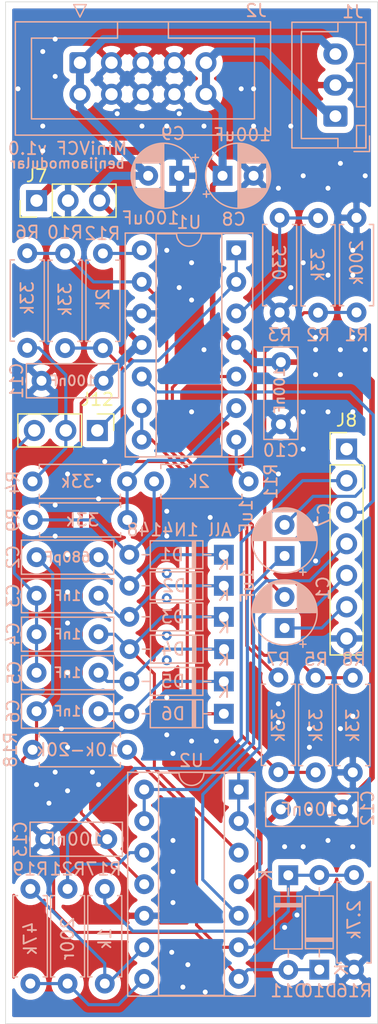
<source format=kicad_pcb>
(kicad_pcb (version 20171130) (host pcbnew 5.1.9+dfsg1-1~bpo10+1)
  (layers (0 F.Cu signal) (31 B.Cu signal) (34 B.Paste user) (35 F.Paste user) (36 B.SilkS user) (37 F.SilkS user) (38 B.Mask user) (39 F.Mask user) (44 Edge.Cuts user))
  (net 0 "")
  (net 1 B_AUDIO_IN)
  (net 2 "Net-(C1-Pad2)")
  (net 3 "Net-(C2-Pad1)")
  (net 4 RESO_FEEDBACK)
  (net 5 B_9)
  (net 6 "Net-(C3-Pad1)")
  (net 7 "Net-(C4-Pad1)")
  (net 8 "Net-(C5-Pad1)")
  (net 9 "Net-(C6-Pad1)")
  (net 10 B_AUDIO_OUT)
  (net 11 "Net-(C7-Pad1)")
  (net 12 GND2)
  (net 13 +12V)
  (net 14 -12V)
  (net 15 "Net-(D1-Pad2)")
  (net 16 "Net-(D6-Pad1)")
  (net 17 "Net-(D10-Pad2)")
  (net 18 B_CLIPPING_LEDS)
  (net 19 B_CV_IN)
  (net 20 B_6)
  (net 21 B_5)
  (net 22 B_7)
  (net 23 B_8)
  (net 24 "Net-(R2-Pad1)")
  (net 25 "Net-(R4-Pad1)")
  (net 26 "Net-(R5-Pad1)")
  (net 27 "Net-(R5-Pad2)")
  (net 28 "Net-(R10-Pad1)")
  (net 29 "Net-(R11-Pad1)")
  (net 30 "Net-(R12-Pad1)")
  (net 31 "Net-(R17-Pad2)")
  (net 32 "Net-(R19-Pad2)")
  (module Package_DIP:DIP-14_W7.62mm_Socket (layer B.Cu) (at 122.8 116.4 180)
    (fp_text reference U2 (at 3.81 2.33) (layer B.SilkS) (effects (justify mirror)))
    (fp_text value TL074)
    (pad 1 thru_hole rect (at 0 0 180) (size 1.6 1.6) (drill 0.8) (layers *.Cu *.Mask) (net 21 B_5))
    (pad 8 thru_hole oval (at 7.62 -15.24 180) (size 1.6 1.6) (drill 0.8) (layers *.Cu *.Mask) (net 32 "Net-(R19-Pad2)"))
    (pad 2 thru_hole oval (at 0 -2.54 180) (size 1.6 1.6) (drill 0.8) (layers *.Cu *.Mask) (net 21 B_5))
    (pad 9 thru_hole oval (at 7.62 -12.7 180) (size 1.6 1.6) (drill 0.8) (layers *.Cu *.Mask) (net 31 "Net-(R17-Pad2)"))
    (pad 3 thru_hole oval (at 0 -5.08 180) (size 1.6 1.6) (drill 0.8) (layers *.Cu *.Mask) (net 7 "Net-(C4-Pad1)"))
    (pad 10 thru_hole oval (at 7.62 -10.16 180) (size 1.6 1.6) (drill 0.8) (layers *.Cu *.Mask) (net 12 GND2))
    (pad 4 thru_hole oval (at 0 -7.62 180) (size 1.6 1.6) (drill 0.8) (layers *.Cu *.Mask) (net 13 +12V))
    (pad 11 thru_hole oval (at 7.62 -7.62 180) (size 1.6 1.6) (drill 0.8) (layers *.Cu *.Mask) (net 14 -12V))
    (pad 5 thru_hole oval (at 0 -10.16 180) (size 1.6 1.6) (drill 0.8) (layers *.Cu *.Mask) (net 20 B_6))
    (pad 12 thru_hole oval (at 7.62 -5.08 180) (size 1.6 1.6) (drill 0.8) (layers *.Cu *.Mask) (net 18 B_CLIPPING_LEDS))
    (pad 6 thru_hole oval (at 0 -12.7 180) (size 1.6 1.6) (drill 0.8) (layers *.Cu *.Mask) (net 17 "Net-(D10-Pad2)"))
    (pad 13 thru_hole oval (at 7.62 -2.54 180) (size 1.6 1.6) (drill 0.8) (layers *.Cu *.Mask) (net 11 "Net-(C7-Pad1)"))
    (pad 7 thru_hole oval (at 0 -15.24 180) (size 1.6 1.6) (drill 0.8) (layers *.Cu *.Mask) (net 4 RESO_FEEDBACK))
    (pad 14 thru_hole oval (at 7.62 0 180) (size 1.6 1.6) (drill 0.8) (layers *.Cu *.Mask) (net 11 "Net-(C7-Pad1)"))
  )
  (module Diode_THT:D_DO-35_SOD27_P7.62mm_Horizontal (layer B.Cu) (at 126.8 123.3 270)
    (fp_text reference D11 (at 9.3 0 180) (layer B.SilkS) (effects (justify mirror)))
    (fp_text value 1N4148)
    (fp_text user K (at 0 1.8 90) (layer B.SilkS) (effects (justify mirror)))
    (pad 1 thru_hole rect (at 0 0 270) (size 1.6 1.6) (drill 0.8) (layers *.Cu *.Mask) (net 17 "Net-(D10-Pad2)"))
    (pad 2 thru_hole oval (at 7.62 0 270) (size 1.6 1.6) (drill 0.8) (layers *.Cu *.Mask) (net 4 RESO_FEEDBACK))
  )
  (module benjiaomodular:Capacitor_Radial_D5.0mm_P2.5mm (layer B.Cu) (at 126.5 103.4 90)
    (fp_text reference C1 (at 3.2 3.1 90) (layer B.SilkS) (effects (justify mirror)))
    (fp_text value 1uF (at 3.4 -3 90) (layer B.SilkS) (effects (justify mirror)))
    (pad 1 thru_hole rect (at 0 0 90) (size 1.6 1.6) (drill 0.8) (layers *.Cu *.Mask) (net 1 B_AUDIO_IN))
    (pad 2 thru_hole circle (at 2.5 0 90) (size 1.6 1.6) (drill 0.8) (layers *.Cu *.Mask) (net 2 "Net-(C1-Pad2)"))
  )
  (module benjiaomodular:Capacitor_Radial_D5.0mm_P2.5mm (layer B.Cu) (at 126.5 97.6 90)
    (fp_text reference C7 (at 3.3 3.2 90) (layer B.SilkS) (effects (justify mirror)))
    (fp_text value 1uF (at 3.2 -3.1 90) (layer B.SilkS) (effects (justify mirror)))
    (pad 2 thru_hole circle (at 2.5 0 90) (size 1.6 1.6) (drill 0.8) (layers *.Cu *.Mask) (net 10 B_AUDIO_OUT))
    (pad 1 thru_hole rect (at 0 0 90) (size 1.6 1.6) (drill 0.8) (layers *.Cu *.Mask) (net 11 "Net-(C7-Pad1)"))
  )
  (module Capacitor_THT:C_Rect_L7.2mm_W2.5mm_P5.00mm_FKS2_FKP2_MKS2_MKP2 (layer B.Cu) (at 126.2 82 270)
    (fp_text reference C10 (at 7.1 0) (layer B.SilkS) (effects (justify mirror)))
    (fp_text value 100nF (at 2.3 0.1 90) (layer B.SilkS) (effects (font (size 0.8 0.8)) (justify mirror)))
    (pad 1 thru_hole circle (at 0 0 270) (size 1.6 1.6) (drill 0.8) (layers *.Cu *.Mask) (net 13 +12V))
    (pad 2 thru_hole circle (at 5 0 270) (size 1.6 1.6) (drill 0.8) (layers *.Cu *.Mask) (net 12 GND2))
  )
  (module Capacitor_THT:C_Rect_L7.2mm_W2.5mm_P5.00mm_FKS2_FKP2_MKS2_MKP2 (layer B.Cu) (at 106.9 83.5)
    (fp_text reference C11 (at -2 0 90) (layer B.SilkS) (effects (justify mirror)))
    (fp_text value 100nF (at 2.5 0) (layer B.SilkS) (effects (font (size 0.8 0.8)) (justify mirror)))
    (pad 2 thru_hole circle (at 5 0) (size 1.6 1.6) (drill 0.8) (layers *.Cu *.Mask) (net 14 -12V))
    (pad 1 thru_hole circle (at 0 0) (size 1.6 1.6) (drill 0.8) (layers *.Cu *.Mask) (net 12 GND2))
  )
  (module benjiaomodular:Resistor_L6.3mm_D2.5mm_P7.62mm_Horizontal (layer B.Cu) (at 132.3 78 90)
    (fp_text reference R1 (at -1.8 0) (layer B.SilkS) (effects (justify mirror)))
    (fp_text value 200k (at 4 0 270) (layer B.SilkS) (effects (justify mirror)))
    (pad 1 thru_hole circle (at 0 0 90) (size 1.6 1.6) (drill 0.8) (layers *.Cu *.Mask) (net 2 "Net-(C1-Pad2)"))
    (pad 2 thru_hole oval (at 7.62 0 90) (size 1.6 1.6) (drill 0.8) (layers *.Cu *.Mask) (net 12 GND2))
  )
  (module benjiaomodular:Resistor_L6.3mm_D2.5mm_P7.62mm_Horizontal (layer B.Cu) (at 129.2 70.4 270)
    (fp_text reference R2 (at 9.4 0) (layer B.SilkS) (effects (justify mirror)))
    (fp_text value 33k (at 3.768 0 270) (layer B.SilkS) (effects (justify mirror)))
    (pad 2 thru_hole oval (at 7.62 0 270) (size 1.6 1.6) (drill 0.8) (layers *.Cu *.Mask) (net 2 "Net-(C1-Pad2)"))
    (pad 1 thru_hole circle (at 0 0 270) (size 1.6 1.6) (drill 0.8) (layers *.Cu *.Mask) (net 24 "Net-(R2-Pad1)"))
  )
  (module benjiaomodular:Resistor_L6.3mm_D2.5mm_P7.62mm_Horizontal (layer B.Cu) (at 126.1 78 90)
    (fp_text reference R3 (at -1.8 0) (layer B.SilkS) (effects (justify mirror)))
    (fp_text value 330 (at 4 0 270) (layer B.SilkS) (effects (justify mirror)))
    (pad 2 thru_hole oval (at 7.62 0 90) (size 1.6 1.6) (drill 0.8) (layers *.Cu *.Mask) (net 24 "Net-(R2-Pad1)"))
    (pad 1 thru_hole circle (at 0 0 90) (size 1.6 1.6) (drill 0.8) (layers *.Cu *.Mask) (net 12 GND2))
  )
  (module benjiaomodular:Resistor_L6.3mm_D2.5mm_P7.62mm_Horizontal (layer B.Cu) (at 105.75 80.85 90)
    (fp_text reference R6 (at 9.3 0) (layer B.SilkS) (effects (justify mirror)))
    (fp_text value 33k (at 4 0 90) (layer B.SilkS) (effects (justify mirror)))
    (pad 2 thru_hole oval (at 7.62 0 90) (size 1.6 1.6) (drill 0.8) (layers *.Cu *.Mask) (net 28 "Net-(R10-Pad1)"))
    (pad 1 thru_hole circle (at 0 0 90) (size 1.6 1.6) (drill 0.8) (layers *.Cu *.Mask) (net 22 B_7))
  )
  (module benjiaomodular:Resistor_L6.3mm_D2.5mm_P7.62mm_Horizontal (layer B.Cu) (at 108.8 73.25 270)
    (fp_text reference R10 (at -1.7 0) (layer B.SilkS) (effects (justify mirror)))
    (fp_text value 33k (at 3.712 0 90) (layer B.SilkS) (effects (justify mirror)))
    (pad 2 thru_hole oval (at 7.62 0 270) (size 1.6 1.6) (drill 0.8) (layers *.Cu *.Mask) (net 16 "Net-(D6-Pad1)"))
    (pad 1 thru_hole circle (at 0 0 270) (size 1.6 1.6) (drill 0.8) (layers *.Cu *.Mask) (net 28 "Net-(R10-Pad1)"))
  )
  (module benjiaomodular:Resistor_L6.3mm_D2.5mm_P7.62mm_Horizontal (layer B.Cu) (at 111.85 73.25 270)
    (fp_text reference R12 (at -1.6 0.05 180) (layer B.SilkS) (effects (justify mirror)))
    (fp_text value 2k (at 3.712 0 90) (layer B.SilkS) (effects (justify mirror)))
    (pad 1 thru_hole circle (at 0 0 270) (size 1.6 1.6) (drill 0.8) (layers *.Cu *.Mask) (net 30 "Net-(R12-Pad1)"))
    (pad 2 thru_hole oval (at 7.62 0 270) (size 1.6 1.6) (drill 0.8) (layers *.Cu *.Mask) (net 16 "Net-(D6-Pad1)"))
  )
  (module Package_DIP:DIP-14_W7.62mm_Socket (layer B.Cu) (at 122.6 73 180)
    (fp_text reference U1 (at 3.81 2.25) (layer B.SilkS) (effects (justify mirror)))
    (fp_text value TL074)
    (pad 14 thru_hole oval (at 7.62 0 180) (size 1.6 1.6) (drill 0.8) (layers *.Cu *.Mask) (net 30 "Net-(R12-Pad1)"))
    (pad 7 thru_hole oval (at 0 -15.24 180) (size 1.6 1.6) (drill 0.8) (layers *.Cu *.Mask) (net 29 "Net-(R11-Pad1)"))
    (pad 13 thru_hole oval (at 7.62 -2.54 180) (size 1.6 1.6) (drill 0.8) (layers *.Cu *.Mask) (net 28 "Net-(R10-Pad1)"))
    (pad 6 thru_hole oval (at 0 -12.7 180) (size 1.6 1.6) (drill 0.8) (layers *.Cu *.Mask) (net 25 "Net-(R4-Pad1)"))
    (pad 12 thru_hole oval (at 7.62 -5.08 180) (size 1.6 1.6) (drill 0.8) (layers *.Cu *.Mask) (net 12 GND2))
    (pad 5 thru_hole oval (at 0 -10.16 180) (size 1.6 1.6) (drill 0.8) (layers *.Cu *.Mask) (net 26 "Net-(R5-Pad1)"))
    (pad 11 thru_hole oval (at 7.62 -7.62 180) (size 1.6 1.6) (drill 0.8) (layers *.Cu *.Mask) (net 14 -12V))
    (pad 4 thru_hole oval (at 0 -7.62 180) (size 1.6 1.6) (drill 0.8) (layers *.Cu *.Mask) (net 13 +12V))
    (pad 10 thru_hole oval (at 7.62 -10.16 180) (size 1.6 1.6) (drill 0.8) (layers *.Cu *.Mask) (net 19 B_CV_IN))
    (pad 3 thru_hole oval (at 0 -5.08 180) (size 1.6 1.6) (drill 0.8) (layers *.Cu *.Mask) (net 24 "Net-(R2-Pad1)"))
    (pad 9 thru_hole oval (at 7.62 -12.7 180) (size 1.6 1.6) (drill 0.8) (layers *.Cu *.Mask) (net 27 "Net-(R5-Pad2)"))
    (pad 2 thru_hole oval (at 0 -2.54 180) (size 1.6 1.6) (drill 0.8) (layers *.Cu *.Mask) (net 23 B_8))
    (pad 8 thru_hole oval (at 7.62 -15.24 180) (size 1.6 1.6) (drill 0.8) (layers *.Cu *.Mask) (net 27 "Net-(R5-Pad2)"))
    (pad 1 thru_hole rect (at 0 0 180) (size 1.6 1.6) (drill 0.8) (layers *.Cu *.Mask) (net 23 B_8))
  )
  (module Capacitor_THT:CP_Radial_D5.0mm_P2.50mm (layer B.Cu) (at 121.5 67)
    (fp_text reference C8 (at 0.9 3.5) (layer B.SilkS) (effects (justify mirror)))
    (fp_text value 100uF (at 1.6 -3.3) (layer B.SilkS) (effects (justify mirror)))
    (pad 2 thru_hole circle (at 2.5 0) (size 1.6 1.6) (drill 0.8) (layers *.Cu *.Mask) (net 12 GND2))
    (pad 1 thru_hole rect (at 0 0) (size 1.6 1.6) (drill 0.8) (layers *.Cu *.Mask) (net 13 +12V))
  )
  (module Capacitor_THT:CP_Radial_D5.0mm_P2.50mm (layer B.Cu) (at 118 67 180)
    (fp_text reference C9 (at 0.5 3.4) (layer B.SilkS) (effects (justify mirror)))
    (fp_text value 100uF (at 2.3 -3.4) (layer B.SilkS) (effects (justify mirror)))
    (pad 1 thru_hole rect (at 0 0 180) (size 1.6 1.6) (drill 0.8) (layers *.Cu *.Mask) (net 12 GND2))
    (pad 2 thru_hole circle (at 2.5 0 180) (size 1.6 1.6) (drill 0.8) (layers *.Cu *.Mask) (net 14 -12V))
  )
  (module Connector_JST:JST_XH_B3B-XH-A_1x03_P2.50mm_Vertical (layer B.Cu) (at 130.6 62.2 90)
    (fp_text reference J1 (at 8.4 1.4) (layer B.SilkS) (effects (justify mirror)))
    (fp_text value JST_BUS)
    (pad 1 thru_hole roundrect (at 0 0 90) (size 1.7 1.95) (drill 0.95) (layers *.Cu *.Mask) (roundrect_rratio 0.1470588235294118) (net 13 +12V))
    (pad 2 thru_hole oval (at 2.5 0 90) (size 1.7 1.95) (drill 0.95) (layers *.Cu *.Mask) (net 12 GND2))
    (pad 3 thru_hole oval (at 5 0 90) (size 1.7 1.95) (drill 0.95) (layers *.Cu *.Mask) (net 14 -12V))
  )
  (module Connector_IDC:IDC-Header_2x05_P2.54mm_Vertical (layer B.Cu) (at 110 57.9 270)
    (fp_text reference J2 (at -4.2 -14.2) (layer B.SilkS) (effects (justify mirror)))
    (fp_text value IDC_BUS)
    (pad 1 thru_hole roundrect (at 0 0 270) (size 1.7 1.7) (drill 1) (layers *.Cu *.Mask) (roundrect_rratio 0.1470588235294118) (net 14 -12V))
    (pad 3 thru_hole circle (at 0 -2.54 270) (size 1.7 1.7) (drill 1) (layers *.Cu *.Mask) (net 12 GND2))
    (pad 5 thru_hole circle (at 0 -5.08 270) (size 1.7 1.7) (drill 1) (layers *.Cu *.Mask) (net 12 GND2))
    (pad 7 thru_hole circle (at 0 -7.62 270) (size 1.7 1.7) (drill 1) (layers *.Cu *.Mask) (net 12 GND2))
    (pad 9 thru_hole circle (at 0 -10.16 270) (size 1.7 1.7) (drill 1) (layers *.Cu *.Mask) (net 13 +12V))
    (pad 2 thru_hole circle (at 2.54 0 270) (size 1.7 1.7) (drill 1) (layers *.Cu *.Mask) (net 14 -12V))
    (pad 4 thru_hole circle (at 2.54 -2.54 270) (size 1.7 1.7) (drill 1) (layers *.Cu *.Mask) (net 12 GND2))
    (pad 6 thru_hole circle (at 2.54 -5.08 270) (size 1.7 1.7) (drill 1) (layers *.Cu *.Mask) (net 12 GND2))
    (pad 8 thru_hole circle (at 2.54 -7.62 270) (size 1.7 1.7) (drill 1) (layers *.Cu *.Mask) (net 12 GND2))
    (pad 10 thru_hole circle (at 2.54 -10.16 270) (size 1.7 1.7) (drill 1) (layers *.Cu *.Mask) (net 13 +12V))
  )
  (module Connector_PinHeader_2.54mm:PinHeader_1x03_P2.54mm_Vertical (layer F.Cu) (at 106.5 69 90)
    (fp_text reference J7 (at 2 0 180) (layer F.SilkS))
    (fp_text value CONN_PWR2)
    (pad 3 thru_hole oval (at 0 5.08 90) (size 1.7 1.7) (drill 1) (layers *.Cu *.Mask) (net 14 -12V))
    (pad 2 thru_hole oval (at 0 2.54 90) (size 1.7 1.7) (drill 1) (layers *.Cu *.Mask) (net 12 GND2))
    (pad 1 thru_hole rect (at 0 0 90) (size 1.7 1.7) (drill 1) (layers *.Cu *.Mask) (net 13 +12V))
  )
  (module Connector_PinHeader_2.54mm:PinHeader_1x07_P2.54mm_Vertical (layer F.Cu) (at 131.5 89)
    (fp_text reference J8 (at 0 -2.33) (layer F.SilkS))
    (fp_text value MAIN_BOARD_CONN)
    (pad 1 thru_hole rect (at 0 0) (size 1.7 1.7) (drill 1) (layers *.Cu *.Mask) (net 10 B_AUDIO_OUT))
    (pad 2 thru_hole oval (at 0 2.54) (size 1.7 1.7) (drill 1) (layers *.Cu *.Mask) (net 18 B_CLIPPING_LEDS))
    (pad 3 thru_hole oval (at 0 5.08) (size 1.7 1.7) (drill 1) (layers *.Cu *.Mask) (net 19 B_CV_IN))
    (pad 4 thru_hole oval (at 0 7.62) (size 1.7 1.7) (drill 1) (layers *.Cu *.Mask) (net 20 B_6))
    (pad 5 thru_hole oval (at 0 10.16) (size 1.7 1.7) (drill 1) (layers *.Cu *.Mask) (net 21 B_5))
    (pad 6 thru_hole oval (at 0 12.7) (size 1.7 1.7) (drill 1) (layers *.Cu *.Mask) (net 1 B_AUDIO_IN))
    (pad 7 thru_hole oval (at 0 15.24) (size 1.7 1.7) (drill 1) (layers *.Cu *.Mask) (net 12 GND2))
  )
  (module Connector_PinHeader_2.54mm:PinHeader_1x03_P2.54mm_Vertical (layer F.Cu) (at 111.4 87.5 270)
    (fp_text reference J12 (at -2.5 0 180) (layer F.SilkS))
    (fp_text value MAIN_BOARD_CONN2)
    (pad 1 thru_hole rect (at 0 0 270) (size 1.7 1.7) (drill 1) (layers *.Cu *.Mask) (net 23 B_8))
    (pad 2 thru_hole oval (at 0 2.54 270) (size 1.7 1.7) (drill 1) (layers *.Cu *.Mask) (net 22 B_7))
    (pad 3 thru_hole oval (at 0 5.08 270) (size 1.7 1.7) (drill 1) (layers *.Cu *.Mask) (net 5 B_9))
  )
  (module benjiaomodular:Capacitor_Rect_L7.2mm_W2.5mm_P5.00mm (layer B.Cu) (at 111.5 97.7 180)
    (fp_text reference C2 (at 6.9 0 90) (layer B.SilkS) (effects (justify mirror)))
    (fp_text value 680pF (at 2.5 0) (layer B.SilkS) (effects (font (size 0.8 0.8)) (justify mirror)))
    (pad 1 thru_hole circle (at 0 0 180) (size 1.6 1.6) (drill 0.8) (layers *.Cu *.Mask) (net 3 "Net-(C2-Pad1)"))
    (pad 2 thru_hole circle (at 5 0 180) (size 1.6 1.6) (drill 0.8) (layers *.Cu *.Mask) (net 4 RESO_FEEDBACK))
  )
  (module benjiaomodular:Capacitor_Rect_L7.2mm_W2.5mm_P5.00mm (layer B.Cu) (at 111.5 100.8 180)
    (fp_text reference C3 (at 6.9 0 90) (layer B.SilkS) (effects (justify mirror)))
    (fp_text value 1nF (at 2.5 0) (layer B.SilkS) (effects (font (size 0.8 0.8)) (justify mirror)))
    (pad 2 thru_hole circle (at 5 0 180) (size 1.6 1.6) (drill 0.8) (layers *.Cu *.Mask) (net 5 B_9))
    (pad 1 thru_hole circle (at 0 0 180) (size 1.6 1.6) (drill 0.8) (layers *.Cu *.Mask) (net 6 "Net-(C3-Pad1)"))
  )
  (module benjiaomodular:Capacitor_Rect_L7.2mm_W2.5mm_P5.00mm (layer B.Cu) (at 111.5 103.9 180)
    (fp_text reference C4 (at 6.9 0 90) (layer B.SilkS) (effects (justify mirror)))
    (fp_text value 1nF (at 2.5 0) (layer B.SilkS) (effects (font (size 0.8 0.8)) (justify mirror)))
    (pad 2 thru_hole circle (at 5 0 180) (size 1.6 1.6) (drill 0.8) (layers *.Cu *.Mask) (net 5 B_9))
    (pad 1 thru_hole circle (at 0 0 180) (size 1.6 1.6) (drill 0.8) (layers *.Cu *.Mask) (net 7 "Net-(C4-Pad1)"))
  )
  (module benjiaomodular:Capacitor_Rect_L7.2mm_W2.5mm_P5.00mm (layer B.Cu) (at 111.5 107 180)
    (fp_text reference C5 (at 6.8 0 90) (layer B.SilkS) (effects (justify mirror)))
    (fp_text value 1nF (at 2.5 0) (layer B.SilkS) (effects (font (size 0.8 0.8)) (justify mirror)))
    (pad 1 thru_hole circle (at 0 0 180) (size 1.6 1.6) (drill 0.8) (layers *.Cu *.Mask) (net 8 "Net-(C5-Pad1)"))
    (pad 2 thru_hole circle (at 5 0 180) (size 1.6 1.6) (drill 0.8) (layers *.Cu *.Mask) (net 5 B_9))
  )
  (module benjiaomodular:Capacitor_Rect_L7.2mm_W2.5mm_P5.00mm (layer B.Cu) (at 111.5 110.1 180)
    (fp_text reference C6 (at 6.9 0 90) (layer B.SilkS) (effects (justify mirror)))
    (fp_text value 1nF (at 2.5 0) (layer B.SilkS) (effects (font (size 0.8 0.8)) (justify mirror)))
    (pad 2 thru_hole circle (at 5 0 180) (size 1.6 1.6) (drill 0.8) (layers *.Cu *.Mask) (net 4 RESO_FEEDBACK))
    (pad 1 thru_hole circle (at 0 0 180) (size 1.6 1.6) (drill 0.8) (layers *.Cu *.Mask) (net 9 "Net-(C6-Pad1)"))
  )
  (module Capacitor_THT:C_Rect_L7.2mm_W2.5mm_P5.00mm_FKS2_FKP2_MKS2_MKP2 (layer B.Cu) (at 126.2 118)
    (fp_text reference C12 (at 7 -0.1 90) (layer B.SilkS) (effects (justify mirror)))
    (fp_text value 100nF (at 2.3 0) (layer B.SilkS) (effects (justify mirror)))
    (pad 1 thru_hole circle (at 0 0) (size 1.6 1.6) (drill 0.8) (layers *.Cu *.Mask) (net 13 +12V))
    (pad 2 thru_hole circle (at 5 0) (size 1.6 1.6) (drill 0.8) (layers *.Cu *.Mask) (net 12 GND2))
  )
  (module Capacitor_THT:C_Rect_L7.2mm_W2.5mm_P5.00mm_FKS2_FKP2_MKS2_MKP2 (layer B.Cu) (at 107.2 120.4)
    (fp_text reference C13 (at -2 0 90) (layer B.SilkS) (effects (justify mirror)))
    (fp_text value 100nF (at 2.3 0) (layer B.SilkS) (effects (justify mirror)))
    (pad 2 thru_hole circle (at 5 0) (size 1.6 1.6) (drill 0.8) (layers *.Cu *.Mask) (net 14 -12V))
    (pad 1 thru_hole circle (at 0 0) (size 1.6 1.6) (drill 0.8) (layers *.Cu *.Mask) (net 12 GND2))
  )
  (module Diode_THT:D_DO-35_SOD27_P7.62mm_Horizontal (layer B.Cu) (at 121.6 97.5 180)
    (fp_text reference D1 (at 4.2 0 180) (layer B.SilkS) (effects (justify mirror)))
    (fp_text value 1N4148)
    (pad 2 thru_hole oval (at 7.62 0 180) (size 1.6 1.6) (drill 0.8) (layers *.Cu *.Mask) (net 15 "Net-(D1-Pad2)"))
    (pad 1 thru_hole rect (at 0 0 180) (size 1.6 1.6) (drill 0.8) (layers *.Cu *.Mask) (net 3 "Net-(C2-Pad1)"))
  )
  (module Diode_THT:D_DO-35_SOD27_P7.62mm_Horizontal (layer B.Cu) (at 121.6 100 180)
    (fp_text reference D2 (at 4 0 180) (layer B.SilkS) (effects (justify mirror)))
    (fp_text value 1N4148)
    (fp_text user K (at 0 1.8) (layer B.SilkS) (effects (justify mirror)))
    (pad 1 thru_hole rect (at 0 0 180) (size 1.6 1.6) (drill 0.8) (layers *.Cu *.Mask) (net 6 "Net-(C3-Pad1)"))
    (pad 2 thru_hole oval (at 7.62 0 180) (size 1.6 1.6) (drill 0.8) (layers *.Cu *.Mask) (net 3 "Net-(C2-Pad1)"))
  )
  (module Diode_THT:D_DO-35_SOD27_P7.62mm_Horizontal (layer B.Cu) (at 121.6 102.5 180)
    (fp_text reference D3 (at 4.1 0) (layer B.SilkS) (effects (justify mirror)))
    (fp_text value 1N4148)
    (fp_text user K (at 0 1.8) (layer B.SilkS) (effects (justify mirror)))
    (pad 2 thru_hole oval (at 7.62 0 180) (size 1.6 1.6) (drill 0.8) (layers *.Cu *.Mask) (net 6 "Net-(C3-Pad1)"))
    (pad 1 thru_hole rect (at 0 0 180) (size 1.6 1.6) (drill 0.8) (layers *.Cu *.Mask) (net 7 "Net-(C4-Pad1)"))
  )
  (module Diode_THT:D_DO-35_SOD27_P7.62mm_Horizontal (layer B.Cu) (at 121.62 105.1 180)
    (fp_text reference D4 (at 4.12 0) (layer B.SilkS) (effects (justify mirror)))
    (fp_text value 1N4148)
    (fp_text user K (at 0 1.8) (layer B.SilkS) (effects (justify mirror)))
    (pad 2 thru_hole oval (at 7.62 0 180) (size 1.6 1.6) (drill 0.8) (layers *.Cu *.Mask) (net 7 "Net-(C4-Pad1)"))
    (pad 1 thru_hole rect (at 0 0 180) (size 1.6 1.6) (drill 0.8) (layers *.Cu *.Mask) (net 8 "Net-(C5-Pad1)"))
  )
  (module Diode_THT:D_DO-35_SOD27_P7.62mm_Horizontal (layer B.Cu) (at 121.6 107.7 180)
    (fp_text reference D5 (at 4.1 0) (layer B.SilkS) (effects (justify mirror)))
    (fp_text value 1N4148)
    (fp_text user K (at 0 1.8) (layer B.SilkS) (effects (justify mirror)))
    (pad 1 thru_hole rect (at 0 0 180) (size 1.6 1.6) (drill 0.8) (layers *.Cu *.Mask) (net 9 "Net-(C6-Pad1)"))
    (pad 2 thru_hole oval (at 7.62 0 180) (size 1.6 1.6) (drill 0.8) (layers *.Cu *.Mask) (net 8 "Net-(C5-Pad1)"))
  )
  (module Diode_THT:D_DO-35_SOD27_P7.62mm_Horizontal (layer B.Cu) (at 121.6 110.3 180)
    (fp_text reference D6 (at 4.1 0) (layer B.SilkS) (effects (justify mirror)))
    (fp_text value 1N4148)
    (fp_text user K (at 0 1.8) (layer B.SilkS) (effects (justify mirror)))
    (pad 2 thru_hole oval (at 7.62 0 180) (size 1.6 1.6) (drill 0.8) (layers *.Cu *.Mask) (net 9 "Net-(C6-Pad1)"))
    (pad 1 thru_hole rect (at 0 0 180) (size 1.6 1.6) (drill 0.8) (layers *.Cu *.Mask) (net 16 "Net-(D6-Pad1)"))
  )
  (module Diode_THT:D_DO-35_SOD27_P7.62mm_Horizontal (layer B.Cu) (at 129.3 130.9 90)
    (fp_text reference D10 (at -1.7 0 180) (layer B.SilkS) (effects (justify mirror)))
    (fp_text value 1N4148)
    (fp_text user K (at 0 1.8 90) (layer B.SilkS) (effects (justify mirror)))
    (pad 1 thru_hole rect (at 0 0 90) (size 1.6 1.6) (drill 0.8) (layers *.Cu *.Mask) (net 4 RESO_FEEDBACK))
    (pad 2 thru_hole oval (at 7.62 0 90) (size 1.6 1.6) (drill 0.8) (layers *.Cu *.Mask) (net 17 "Net-(D10-Pad2)"))
  )
  (module benjiaomodular:Resistor_L6.3mm_D2.5mm_P7.62mm_Horizontal (layer B.Cu) (at 113.8 91.6 180)
    (fp_text reference R4 (at 9.2 -0.1 90) (layer B.SilkS) (effects (justify mirror)))
    (fp_text value 33k (at 4 0) (layer B.SilkS) (effects (justify mirror)))
    (pad 2 thru_hole oval (at 7.62 0 180) (size 1.6 1.6) (drill 0.8) (layers *.Cu *.Mask) (net 22 B_7))
    (pad 1 thru_hole circle (at 0 0 180) (size 1.6 1.6) (drill 0.8) (layers *.Cu *.Mask) (net 25 "Net-(R4-Pad1)"))
  )
  (module benjiaomodular:Resistor_L6.3mm_D2.5mm_P7.62mm_Horizontal (layer B.Cu) (at 129 107.4 270)
    (fp_text reference R5 (at -1.482 -0.032 180) (layer B.SilkS) (effects (justify mirror)))
    (fp_text value 33k (at 3.852 -0.032 90) (layer B.SilkS) (effects (justify mirror)))
    (pad 1 thru_hole circle (at 0 0 270) (size 1.6 1.6) (drill 0.8) (layers *.Cu *.Mask) (net 26 "Net-(R5-Pad1)"))
    (pad 2 thru_hole oval (at 7.62 0 270) (size 1.6 1.6) (drill 0.8) (layers *.Cu *.Mask) (net 27 "Net-(R5-Pad2)"))
  )
  (module benjiaomodular:Resistor_L6.3mm_D2.5mm_P7.62mm_Horizontal (layer B.Cu) (at 126 115 90)
    (fp_text reference R7 (at 9.082 -0.016 180) (layer B.SilkS) (effects (justify mirror)))
    (fp_text value 33k (at 3.748 0 90) (layer B.SilkS) (effects (justify mirror)))
    (pad 2 thru_hole oval (at 7.62 0 90) (size 1.6 1.6) (drill 0.8) (layers *.Cu *.Mask) (net 28 "Net-(R10-Pad1)"))
    (pad 1 thru_hole circle (at 0 0 90) (size 1.6 1.6) (drill 0.8) (layers *.Cu *.Mask) (net 27 "Net-(R5-Pad2)"))
  )
  (module benjiaomodular:Resistor_L6.3mm_D2.5mm_P7.62mm_Horizontal (layer B.Cu) (at 132 107.4 270)
    (fp_text reference R8 (at -1.482 -0.08 180) (layer B.SilkS) (effects (justify mirror)))
    (fp_text value 33k (at 3.852 0 90) (layer B.SilkS) (effects (justify mirror)))
    (pad 1 thru_hole circle (at 0 0 270) (size 1.6 1.6) (drill 0.8) (layers *.Cu *.Mask) (net 26 "Net-(R5-Pad1)"))
    (pad 2 thru_hole oval (at 7.62 0 270) (size 1.6 1.6) (drill 0.8) (layers *.Cu *.Mask) (net 12 GND2))
  )
  (module benjiaomodular:Resistor_L6.3mm_D2.5mm_P7.62mm_Horizontal (layer B.Cu) (at 106.2 94.7)
    (fp_text reference R9 (at -1.6 0 90) (layer B.SilkS) (effects (justify mirror)))
    (fp_text value 33k (at 4 0) (layer B.SilkS) (effects (justify mirror)))
    (pad 2 thru_hole oval (at 7.62 0) (size 1.6 1.6) (drill 0.8) (layers *.Cu *.Mask) (net 25 "Net-(R4-Pad1)"))
    (pad 1 thru_hole circle (at 0 0) (size 1.6 1.6) (drill 0.8) (layers *.Cu *.Mask) (net 15 "Net-(D1-Pad2)"))
  )
  (module benjiaomodular:Resistor_L6.3mm_D2.5mm_P7.62mm_Horizontal (layer B.Cu) (at 123.6 91.6 180)
    (fp_text reference R11 (at -1.8 0 90) (layer B.SilkS) (effects (justify mirror)))
    (fp_text value 2k (at 4 0) (layer B.SilkS) (effects (justify mirror)))
    (pad 1 thru_hole circle (at 0 0 180) (size 1.6 1.6) (drill 0.8) (layers *.Cu *.Mask) (net 29 "Net-(R11-Pad1)"))
    (pad 2 thru_hole oval (at 7.62 0 180) (size 1.6 1.6) (drill 0.8) (layers *.Cu *.Mask) (net 15 "Net-(D1-Pad2)"))
  )
  (module benjiaomodular:Resistor_L6.3mm_D2.5mm_P7.62mm_Horizontal (layer B.Cu) (at 132.1 130.9 90)
    (fp_text reference R16 (at -1.7 0 180) (layer B.SilkS) (effects (justify mirror)))
    (fp_text value 2.7k (at 4 0 90) (layer B.SilkS) (effects (justify mirror)))
    (pad 2 thru_hole oval (at 7.62 0 90) (size 1.6 1.6) (drill 0.8) (layers *.Cu *.Mask) (net 17 "Net-(D10-Pad2)"))
    (pad 1 thru_hole circle (at 0 0 90) (size 1.6 1.6) (drill 0.8) (layers *.Cu *.Mask) (net 12 GND2))
  )
  (module benjiaomodular:Resistor_L6.3mm_D2.5mm_P7.62mm_Horizontal (layer B.Cu) (at 112 124.4 270)
    (fp_text reference R17 (at -1.6 0.1 180) (layer B.SilkS) (effects (justify mirror)))
    (fp_text value 1k (at 4 0 90) (layer B.SilkS) (effects (justify mirror)))
    (pad 2 thru_hole oval (at 7.62 0 270) (size 1.6 1.6) (drill 0.8) (layers *.Cu *.Mask) (net 31 "Net-(R17-Pad2)"))
    (pad 1 thru_hole circle (at 0 0 270) (size 1.6 1.6) (drill 0.8) (layers *.Cu *.Mask) (net 21 B_5))
  )
  (module benjiaomodular:Resistor_L6.3mm_D2.5mm_P7.62mm_Horizontal (layer B.Cu) (at 113.8 113.2 180)
    (fp_text reference R18 (at 9.4 0 270) (layer B.SilkS) (effects (justify mirror)))
    (fp_text value 10k-20k (at 4 0) (layer B.SilkS) (effects (justify mirror)))
    (pad 1 thru_hole circle (at 0 0 180) (size 1.6 1.6) (drill 0.8) (layers *.Cu *.Mask) (net 17 "Net-(D10-Pad2)"))
    (pad 2 thru_hole oval (at 7.62 0 180) (size 1.6 1.6) (drill 0.8) (layers *.Cu *.Mask) (net 4 RESO_FEEDBACK))
  )
  (module benjiaomodular:Resistor_L6.3mm_D2.5mm_P7.62mm_Horizontal (layer B.Cu) (at 106 124.4 270)
    (fp_text reference R19 (at -1.6 0 180) (layer B.SilkS) (effects (justify mirror)))
    (fp_text value 47k (at 4 0 90) (layer B.SilkS) (effects (justify mirror)))
    (pad 1 thru_hole circle (at 0 0 270) (size 1.6 1.6) (drill 0.8) (layers *.Cu *.Mask) (net 31 "Net-(R17-Pad2)"))
    (pad 2 thru_hole oval (at 7.62 0 270) (size 1.6 1.6) (drill 0.8) (layers *.Cu *.Mask) (net 32 "Net-(R19-Pad2)"))
  )
  (module benjiaomodular:Resistor_L6.3mm_D2.5mm_P7.62mm_Horizontal (layer B.Cu) (at 109 124.4 270)
    (fp_text reference R21 (at -1.6 0 180) (layer B.SilkS) (effects (justify mirror)))
    (fp_text value 200r (at 4 0 90) (layer B.SilkS) (effects (justify mirror)))
    (pad 2 thru_hole oval (at 7.62 0 270) (size 1.6 1.6) (drill 0.8) (layers *.Cu *.Mask) (net 32 "Net-(R19-Pad2)"))
    (pad 1 thru_hole circle (at 0 0 270) (size 1.6 1.6) (drill 0.8) (layers *.Cu *.Mask) (net 18 B_CLIPPING_LEDS))
  )
  (gr_text "MiniVCF v1.0" (at 109 64.8) (layer B.SilkS) (effects (font (size 1 1)) (justify mirror)))
  (gr_text benjiaomodular (at 109 66) (layer B.SilkS) (effects (font (size 0.8 0.8)) (justify mirror)))
  (gr_text "All 1N4148" (at 118 95.5) (layer B.SilkS) (effects (font (size 1 1)) (justify mirror)))
  (gr_line (start 134 135.25) (end 134 53) (layer Edge.Cuts) (width 0.05))
  (gr_line (start 104 135.25) (end 134 135.25) (layer Edge.Cuts) (width 0.05))
  (gr_line (start 104 53) (end 104 135.25) (layer Edge.Cuts) (width 0.05))
  (gr_line (start 104 53) (end 134 53) (layer Edge.Cuts) (width 0.05))
  (via (at 117 99) (size 0.8) (drill 0.4) (layers F.Cu B.Cu) (net 0))
  (via (at 117 101) (size 0.8) (drill 0.4) (layers F.Cu B.Cu) (net 0))
  (via (at 117 104) (size 0.8) (drill 0.4) (layers F.Cu B.Cu) (net 0))
  (via (at 117 106) (size 0.8) (drill 0.4) (layers F.Cu B.Cu) (net 0))
  (segment (start 129.5 103.4) (end 126.5 103.4) (width 0.25) (layer B.Cu) (net 1))
  (segment (start 131.5 101.7) (end 131.2 101.7) (width 0.25) (layer B.Cu) (net 1))
  (segment (start 131.2 101.7) (end 129.5 103.4) (width 0.25) (layer B.Cu) (net 1))
  (segment (start 129.22 78) (end 129.2 78.02) (width 0.25) (layer B.Cu) (net 2))
  (segment (start 132.3 78) (end 129.22 78) (width 0.25) (layer B.Cu) (net 2))
  (segment (start 124.9 99.3) (end 126.5 100.9) (width 0.25) (layer F.Cu) (net 2))
  (segment (start 124.9 81.18863) (end 124.9 99.3) (width 0.25) (layer F.Cu) (net 2))
  (segment (start 129.2 78.02) (end 128.06863 78.02) (width 0.25) (layer F.Cu) (net 2))
  (segment (start 128.06863 78.02) (end 124.9 81.18863) (width 0.25) (layer F.Cu) (net 2))
  (segment (start 111.68 97.7) (end 111.5 97.7) (width 0.25) (layer B.Cu) (net 3))
  (segment (start 113.98 100) (end 111.68 97.7) (width 0.25) (layer B.Cu) (net 3))
  (segment (start 116.48 97.5) (end 113.98 100) (width 0.25) (layer B.Cu) (net 3))
  (segment (start 121.6 97.5) (end 116.48 97.5) (width 0.25) (layer B.Cu) (net 3))
  (segment (start 107.8 108.8) (end 106.5 110.1) (width 0.25) (layer B.Cu) (net 4))
  (segment (start 106.5 97.7) (end 107.8 99) (width 0.25) (layer B.Cu) (net 4))
  (segment (start 107.8 99) (end 107.8 108.8) (width 0.25) (layer B.Cu) (net 4))
  (segment (start 123.54 130.9) (end 122.8 131.64) (width 0.25) (layer B.Cu) (net 4))
  (segment (start 129.3 130.9) (end 123.54 130.9) (width 0.25) (layer B.Cu) (net 4))
  (segment (start 105.380001 120.780001) (end 105.380001 113.999999) (width 0.25) (layer F.Cu) (net 4))
  (segment (start 105.380001 113.999999) (end 106.18 113.2) (width 0.25) (layer F.Cu) (net 4))
  (segment (start 122.8 131.4) (end 119.3 127.9) (width 0.25) (layer F.Cu) (net 4))
  (segment (start 119.3 127.9) (end 109.6 127.9) (width 0.25) (layer F.Cu) (net 4))
  (segment (start 109.6 127.9) (end 107.874999 126.174999) (width 0.25) (layer F.Cu) (net 4))
  (segment (start 107.874999 126.174999) (end 107.874999 123.274999) (width 0.25) (layer F.Cu) (net 4))
  (segment (start 122.8 131.64) (end 122.8 131.4) (width 0.25) (layer F.Cu) (net 4))
  (segment (start 107.874999 123.274999) (end 105.380001 120.780001) (width 0.25) (layer F.Cu) (net 4))
  (segment (start 106.5 112.88) (end 106.18 113.2) (width 0.25) (layer F.Cu) (net 4))
  (segment (start 106.5 110.1) (end 106.5 112.88) (width 0.25) (layer F.Cu) (net 4))
  (segment (start 106.5 100.8) (end 106.5 107) (width 0.25) (layer B.Cu) (net 5))
  (segment (start 104.7 99) (end 106.5 100.8) (width 0.25) (layer B.Cu) (net 5))
  (segment (start 106.32 87.5) (end 104.7 89.12) (width 0.25) (layer B.Cu) (net 5))
  (segment (start 104.7 89.12) (end 104.7 99) (width 0.25) (layer B.Cu) (net 5))
  (segment (start 113.2 102.5) (end 113.98 102.5) (width 0.25) (layer B.Cu) (net 6))
  (segment (start 111.5 100.8) (end 113.2 102.5) (width 0.25) (layer B.Cu) (net 6))
  (segment (start 116.48 100) (end 113.98 102.5) (width 0.25) (layer B.Cu) (net 6))
  (segment (start 121.6 100) (end 116.48 100) (width 0.25) (layer B.Cu) (net 6))
  (segment (start 112.8 103.9) (end 114 105.1) (width 0.25) (layer B.Cu) (net 7))
  (segment (start 111.5 103.9) (end 112.8 103.9) (width 0.25) (layer B.Cu) (net 7))
  (segment (start 116.6 102.5) (end 114 105.1) (width 0.25) (layer B.Cu) (net 7))
  (segment (start 121.6 102.5) (end 116.6 102.5) (width 0.25) (layer B.Cu) (net 7))
  (segment (start 116 107.1) (end 114 105.1) (width 0.25) (layer F.Cu) (net 7))
  (segment (start 122.8 121.48) (end 116 114.68) (width 0.25) (layer F.Cu) (net 7))
  (segment (start 116 114.68) (end 116 107.1) (width 0.25) (layer F.Cu) (net 7))
  (segment (start 112.2 107.7) (end 111.5 107) (width 0.25) (layer B.Cu) (net 8))
  (segment (start 113.98 107.7) (end 112.2 107.7) (width 0.25) (layer B.Cu) (net 8))
  (segment (start 116.58 105.1) (end 113.98 107.7) (width 0.25) (layer B.Cu) (net 8))
  (segment (start 121.62 105.1) (end 116.58 105.1) (width 0.25) (layer B.Cu) (net 8))
  (segment (start 111.7 110.3) (end 111.5 110.1) (width 0.25) (layer B.Cu) (net 9))
  (segment (start 113.98 110.3) (end 111.7 110.3) (width 0.25) (layer B.Cu) (net 9))
  (segment (start 116.6 107.7) (end 121.6 107.7) (width 0.25) (layer B.Cu) (net 9))
  (segment (start 113.98 110.3) (end 114 110.3) (width 0.25) (layer B.Cu) (net 9))
  (segment (start 114 110.3) (end 116.6 107.7) (width 0.25) (layer B.Cu) (net 9))
  (segment (start 132.9 92.1) (end 132.2 92.8) (width 0.25) (layer B.Cu) (net 10))
  (segment (start 128.8 92.8) (end 126.5 95.1) (width 0.25) (layer B.Cu) (net 10))
  (segment (start 132.2 92.8) (end 128.8 92.8) (width 0.25) (layer B.Cu) (net 10))
  (segment (start 131.5 89) (end 132.9 90.4) (width 0.25) (layer B.Cu) (net 10))
  (segment (start 132.9 90.4) (end 132.9 92.1) (width 0.25) (layer B.Cu) (net 10))
  (segment (start 115.18 116.4) (end 115.18 118.94) (width 0.25) (layer B.Cu) (net 11))
  (segment (start 123.5 100.463589) (end 123.5 112.5) (width 0.25) (layer B.Cu) (net 11))
  (segment (start 126.363589 97.6) (end 123.5 100.463589) (width 0.25) (layer B.Cu) (net 11))
  (segment (start 123.5 112.5) (end 119.6 116.4) (width 0.25) (layer B.Cu) (net 11))
  (segment (start 126.45 97.6) (end 126.363589 97.6) (width 0.25) (layer B.Cu) (net 11))
  (segment (start 119.6 116.4) (end 115.18 116.4) (width 0.25) (layer B.Cu) (net 11))
  (via (at 132 73) (size 0.8) (drill 0.4) (layers F.Cu B.Cu) (net 12))
  (via (at 130 75) (size 0.8) (drill 0.4) (layers F.Cu B.Cu) (net 12))
  (via (at 128 74) (size 0.8) (drill 0.4) (layers F.Cu B.Cu) (net 12))
  (via (at 127 76) (size 0.8) (drill 0.4) (layers F.Cu B.Cu) (net 12))
  (via (at 129 80) (size 0.8) (drill 0.4) (layers F.Cu B.Cu) (net 12))
  (via (at 131 81) (size 0.8) (drill 0.4) (layers F.Cu B.Cu) (net 12))
  (via (at 128 89) (size 0.8) (drill 0.4) (layers F.Cu B.Cu) (net 12))
  (via (at 126 91) (size 0.8) (drill 0.4) (layers F.Cu B.Cu) (net 12))
  (via (at 120 81) (size 0.8) (drill 0.4) (layers F.Cu B.Cu) (net 12))
  (via (at 119 86) (size 0.8) (drill 0.4) (layers F.Cu B.Cu) (net 12))
  (via (at 118 76) (size 0.8) (drill 0.4) (layers F.Cu B.Cu) (net 12))
  (via (at 119 77) (size 0.8) (drill 0.4) (layers F.Cu B.Cu) (net 12))
  (via (at 119 74) (size 0.8) (drill 0.4) (layers F.Cu B.Cu) (net 12))
  (via (at 117 73) (size 0.8) (drill 0.4) (layers F.Cu B.Cu) (net 12))
  (via (at 129 81) (size 0.8) (drill 0.4) (layers F.Cu B.Cu) (net 12))
  (via (at 132 80) (size 0.8) (drill 0.4) (layers F.Cu B.Cu) (net 12))
  (via (at 133 81) (size 0.8) (drill 0.4) (layers F.Cu B.Cu) (net 12))
  (via (at 129 95) (size 0.8) (drill 0.4) (layers F.Cu B.Cu) (net 12))
  (via (at 129 98) (size 0.8) (drill 0.4) (layers F.Cu B.Cu) (net 12))
  (via (at 131 83) (size 0.8) (drill 0.4) (layers F.Cu B.Cu) (net 12))
  (via (at 129 83) (size 0.8) (drill 0.4) (layers F.Cu B.Cu) (net 12))
  (via (at 132 86) (size 0.8) (drill 0.4) (layers F.Cu B.Cu) (net 12))
  (via (at 130 86) (size 0.8) (drill 0.4) (layers F.Cu B.Cu) (net 12))
  (via (at 128 86) (size 0.8) (drill 0.4) (layers F.Cu B.Cu) (net 12))
  (via (at 132 75) (size 0.8) (drill 0.4) (layers F.Cu B.Cu) (net 12))
  (via (at 133 67) (size 0.8) (drill 0.4) (layers F.Cu B.Cu) (net 12))
  (via (at 131 66) (size 0.8) (drill 0.4) (layers F.Cu B.Cu) (net 12))
  (via (at 130 68) (size 0.8) (drill 0.4) (layers F.Cu B.Cu) (net 12))
  (via (at 128 67) (size 0.8) (drill 0.4) (layers F.Cu B.Cu) (net 12))
  (via (at 126 68) (size 0.8) (drill 0.4) (layers F.Cu B.Cu) (net 12))
  (via (at 108 56) (size 0.8) (drill 0.4) (layers F.Cu B.Cu) (net 12))
  (via (at 107 57) (size 0.8) (drill 0.4) (layers F.Cu B.Cu) (net 12))
  (via (at 105 60) (size 0.8) (drill 0.4) (layers F.Cu B.Cu) (net 12))
  (via (at 108 59) (size 0.8) (drill 0.4) (layers F.Cu B.Cu) (net 12))
  (via (at 107 63) (size 0.8) (drill 0.4) (layers F.Cu B.Cu) (net 12))
  (via (at 113 62) (size 0.8) (drill 0.4) (layers F.Cu B.Cu) (net 12))
  (via (at 115 63) (size 0.8) (drill 0.4) (layers F.Cu B.Cu) (net 12))
  (via (at 117 63) (size 0.8) (drill 0.4) (layers F.Cu B.Cu) (net 12))
  (via (at 118 62) (size 0.8) (drill 0.4) (layers F.Cu B.Cu) (net 12))
  (via (at 120 63) (size 0.8) (drill 0.4) (layers F.Cu B.Cu) (net 12))
  (via (at 107 65) (size 0.8) (drill 0.4) (layers F.Cu B.Cu) (net 12))
  (via (at 123 60) (size 0.8) (drill 0.4) (layers F.Cu B.Cu) (net 12))
  (via (at 124 60) (size 0.8) (drill 0.4) (layers F.Cu B.Cu) (net 12))
  (via (at 127 63) (size 0.8) (drill 0.4) (layers F.Cu B.Cu) (net 12))
  (via (at 124 63) (size 0.8) (drill 0.4) (layers F.Cu B.Cu) (net 12))
  (via (at 117 94) (size 0.8) (drill 0.4) (layers F.Cu B.Cu) (net 12))
  (via (at 117 96) (size 0.8) (drill 0.4) (layers F.Cu B.Cu) (net 12))
  (via (at 117 109) (size 0.8) (drill 0.4) (layers F.Cu B.Cu) (net 12))
  (via (at 117 112) (size 0.8) (drill 0.4) (layers F.Cu B.Cu) (net 12))
  (via (at 119 112.5) (size 0.8) (drill 0.4) (layers F.Cu B.Cu) (net 12))
  (via (at 117.5 113.5) (size 0.8) (drill 0.4) (layers F.Cu B.Cu) (net 12))
  (via (at 121 112.5) (size 0.8) (drill 0.4) (layers F.Cu B.Cu) (net 12))
  (via (at 111 115) (size 0.8) (drill 0.4) (layers F.Cu B.Cu) (net 12))
  (via (at 111.5 116) (size 0.8) (drill 0.4) (layers F.Cu B.Cu) (net 12))
  (via (at 108 115) (size 0.8) (drill 0.4) (layers F.Cu B.Cu) (net 12))
  (via (at 109 116.5) (size 0.8) (drill 0.4) (layers F.Cu B.Cu) (net 12))
  (via (at 107.5 117.5) (size 0.8) (drill 0.4) (layers F.Cu B.Cu) (net 12))
  (via (at 106.5 116) (size 0.8) (drill 0.4) (layers F.Cu B.Cu) (net 12))
  (via (at 108.5 111.5) (size 0.8) (drill 0.4) (layers F.Cu B.Cu) (net 12))
  (via (at 109 113) (size 0.8) (drill 0.4) (layers F.Cu B.Cu) (net 12))
  (via (at 109 107) (size 0.8) (drill 0.4) (layers F.Cu B.Cu) (net 12))
  (via (at 109 100.5) (size 0.8) (drill 0.4) (layers F.Cu B.Cu) (net 12))
  (via (at 109 103) (size 0.8) (drill 0.4) (layers F.Cu B.Cu) (net 12))
  (via (at 109 97.5) (size 0.8) (drill 0.4) (layers F.Cu B.Cu) (net 12))
  (via (at 108 96) (size 0.8) (drill 0.4) (layers F.Cu B.Cu) (net 12))
  (via (at 108 93.5) (size 0.8) (drill 0.4) (layers F.Cu B.Cu) (net 12))
  (via (at 109 91) (size 0.8) (drill 0.4) (layers F.Cu B.Cu) (net 12))
  (via (at 111.5 93) (size 0.8) (drill 0.4) (layers F.Cu B.Cu) (net 12))
  (via (at 112 90) (size 0.8) (drill 0.4) (layers F.Cu B.Cu) (net 12))
  (via (at 111.5 91.5) (size 0.8) (drill 0.4) (layers F.Cu B.Cu) (net 12))
  (via (at 120.5 94.5) (size 0.8) (drill 0.4) (layers F.Cu B.Cu) (net 12))
  (via (at 128 121) (size 0.8) (drill 0.4) (layers F.Cu B.Cu) (net 12))
  (via (at 130 120.5) (size 0.8) (drill 0.4) (layers F.Cu B.Cu) (net 12))
  (via (at 127.5 126.5) (size 0.8) (drill 0.4) (layers F.Cu B.Cu) (net 12))
  (via (at 126.5 127.5) (size 0.8) (drill 0.4) (layers F.Cu B.Cu) (net 12))
  (via (at 117.5 120.5) (size 0.8) (drill 0.4) (layers F.Cu B.Cu) (net 12))
  (via (at 117.5 123) (size 0.8) (drill 0.4) (layers F.Cu B.Cu) (net 12))
  (via (at 117.5 125.5) (size 0.8) (drill 0.4) (layers F.Cu B.Cu) (net 12))
  (via (at 132 121) (size 0.8) (drill 0.4) (layers F.Cu B.Cu) (net 12))
  (via (at 126.5 121) (size 0.8) (drill 0.4) (layers F.Cu B.Cu) (net 12))
  (via (at 128.5 118) (size 0.8) (drill 0.4) (layers F.Cu B.Cu) (net 12))
  (via (at 126 109.5) (size 0.8) (drill 0.4) (layers F.Cu B.Cu) (net 12))
  (via (at 126 111) (size 0.8) (drill 0.4) (layers F.Cu B.Cu) (net 12))
  (via (at 128.5 111.5) (size 0.8) (drill 0.4) (layers F.Cu B.Cu) (net 12))
  (via (at 128.5 113) (size 0.8) (drill 0.4) (layers F.Cu B.Cu) (net 12))
  (via (at 131 111.5) (size 0.8) (drill 0.4) (layers F.Cu B.Cu) (net 12))
  (via (at 132 110.5) (size 0.8) (drill 0.4) (layers F.Cu B.Cu) (net 12))
  (via (at 117.4 129.5) (size 0.8) (drill 0.4) (layers F.Cu B.Cu) (net 12))
  (via (at 118.7 130.5) (size 0.8) (drill 0.4) (layers F.Cu B.Cu) (net 12))
  (via (at 118.3 132.3) (size 0.8) (drill 0.4) (layers F.Cu B.Cu) (net 12))
  (via (at 120.1 132.7) (size 0.8) (drill 0.4) (layers F.Cu B.Cu) (net 12))
  (segment (start 120.16 57.9) (end 120.16 60.44) (width 0.65) (layer B.Cu) (net 13))
  (segment (start 121.5 61.78) (end 121.5 67) (width 0.65) (layer B.Cu) (net 13))
  (segment (start 120.16 60.44) (end 121.5 61.78) (width 0.65) (layer B.Cu) (net 13))
  (segment (start 121.06 57) (end 120.16 57.9) (width 0.65) (layer B.Cu) (net 13))
  (segment (start 125 57) (end 121.06 57) (width 0.65) (layer B.Cu) (net 13))
  (segment (start 130.6 62.2) (end 130.2 62.2) (width 0.65) (layer B.Cu) (net 13))
  (segment (start 130.2 62.2) (end 125 57) (width 0.65) (layer B.Cu) (net 13))
  (segment (start 110.5 65) (end 106.5 69) (width 0.65) (layer F.Cu) (net 13))
  (segment (start 121.5 67) (end 119.5 65) (width 0.65) (layer F.Cu) (net 13))
  (segment (start 119.5 65) (end 110.5 65) (width 0.65) (layer F.Cu) (net 13))
  (segment (start 123.98 82) (end 122.6 80.62) (width 0.65) (layer B.Cu) (net 13))
  (segment (start 126.1 82) (end 123.98 82) (width 0.65) (layer B.Cu) (net 13))
  (segment (start 120.7 78.72) (end 122.6 80.62) (width 0.45) (layer F.Cu) (net 13))
  (segment (start 121.5 67) (end 120.7 67.8) (width 0.45) (layer F.Cu) (net 13))
  (segment (start 120.7 67.8) (end 120.7 78.72) (width 0.45) (layer F.Cu) (net 13))
  (segment (start 127.425001 116.574999) (end 126.2 117.8) (width 0.45) (layer F.Cu) (net 13))
  (segment (start 132.425001 116.574999) (end 127.425001 116.574999) (width 0.45) (layer F.Cu) (net 13))
  (segment (start 133.54999 115.45001) (end 132.425001 116.574999) (width 0.45) (layer F.Cu) (net 13))
  (segment (start 133.54999 83.54999) (end 133.54999 115.45001) (width 0.45) (layer F.Cu) (net 13))
  (segment (start 126.2 82) (end 132 82) (width 0.45) (layer F.Cu) (net 13))
  (segment (start 132 82) (end 133.54999 83.54999) (width 0.45) (layer F.Cu) (net 13))
  (segment (start 126.2 118) (end 124.5 119.7) (width 0.45) (layer F.Cu) (net 13))
  (segment (start 124.5 122.32) (end 122.8 124.02) (width 0.45) (layer F.Cu) (net 13))
  (segment (start 124.5 119.7) (end 124.5 122.32) (width 0.45) (layer F.Cu) (net 13))
  (segment (start 110 57.9) (end 110 60.44) (width 0.65) (layer B.Cu) (net 14))
  (segment (start 111.9 56) (end 110 57.9) (width 0.65) (layer B.Cu) (net 14))
  (segment (start 130.6 57.2) (end 129.4 56) (width 0.65) (layer B.Cu) (net 14))
  (segment (start 129.4 56) (end 111.9 56) (width 0.65) (layer B.Cu) (net 14))
  (segment (start 110 61.5) (end 115.5 67) (width 0.65) (layer B.Cu) (net 14))
  (segment (start 110 60.44) (end 110 61.5) (width 0.65) (layer B.Cu) (net 14))
  (segment (start 111.58 67.96) (end 111.58 69) (width 0.65) (layer B.Cu) (net 14))
  (segment (start 115.5 67) (end 112.54 67) (width 0.65) (layer B.Cu) (net 14))
  (segment (start 112.54 67) (end 111.58 67.96) (width 0.65) (layer B.Cu) (net 14))
  (segment (start 113.4 79.04) (end 114.98 80.62) (width 0.45) (layer F.Cu) (net 14))
  (segment (start 111.58 69) (end 113.4 70.82) (width 0.45) (layer F.Cu) (net 14))
  (segment (start 113.4 70.82) (end 113.4 79.04) (width 0.45) (layer F.Cu) (net 14))
  (segment (start 112.2 121.04) (end 112.2 120.4) (width 0.25) (layer F.Cu) (net 14))
  (segment (start 115.18 124.02) (end 112.2 121.04) (width 0.25) (layer F.Cu) (net 14))
  (segment (start 111.9 83.380748) (end 111.9 83.5) (width 0.65) (layer B.Cu) (net 14))
  (segment (start 114.98 80.62) (end 114.660748 80.62) (width 0.65) (layer B.Cu) (net 14))
  (segment (start 114.660748 80.62) (end 111.9 83.380748) (width 0.65) (layer B.Cu) (net 14))
  (segment (start 110.1 118.3) (end 112.2 120.4) (width 0.25) (layer F.Cu) (net 14))
  (segment (start 111.9 83.5) (end 110.1 85.3) (width 0.25) (layer F.Cu) (net 14))
  (segment (start 110.1 85.3) (end 110.1 118.3) (width 0.25) (layer F.Cu) (net 14))
  (segment (start 115.98 95.5) (end 113.98 97.5) (width 0.25) (layer B.Cu) (net 15))
  (segment (start 115.98 91.6) (end 115.98 95.5) (width 0.25) (layer B.Cu) (net 15))
  (segment (start 111.18 94.7) (end 106.2 94.7) (width 0.25) (layer B.Cu) (net 15))
  (segment (start 113.98 97.5) (end 111.18 94.7) (width 0.25) (layer B.Cu) (net 15))
  (segment (start 108.8 80.87) (end 111.85 80.87) (width 0.25) (layer B.Cu) (net 16))
  (segment (start 118.65001 110.3) (end 118.65001 91.75001) (width 0.25) (layer F.Cu) (net 16))
  (segment (start 118.65001 91.75001) (end 116.9 90) (width 0.25) (layer F.Cu) (net 16))
  (segment (start 113.4 82.42) (end 111.85 80.87) (width 0.25) (layer F.Cu) (net 16))
  (segment (start 116.9 90) (end 114.3 90) (width 0.25) (layer F.Cu) (net 16))
  (segment (start 114.3 90) (end 113.4 89.1) (width 0.25) (layer F.Cu) (net 16))
  (segment (start 121.6 110.3) (end 118.65001 110.3) (width 0.25) (layer F.Cu) (net 16))
  (segment (start 113.4 89.1) (end 113.4 82.42) (width 0.25) (layer F.Cu) (net 16))
  (segment (start 132.08 123.3) (end 132.1 123.28) (width 0.25) (layer B.Cu) (net 17))
  (segment (start 126.8 123.3) (end 132.08 123.3) (width 0.25) (layer B.Cu) (net 17))
  (segment (start 119.4 127.3) (end 119.4 118.8) (width 0.25) (layer F.Cu) (net 17))
  (segment (start 122.8 129.1) (end 121.2 129.1) (width 0.25) (layer F.Cu) (net 17))
  (segment (start 119.4 118.8) (end 113.8 113.2) (width 0.25) (layer F.Cu) (net 17))
  (segment (start 121.2 129.1) (end 119.4 127.3) (width 0.25) (layer F.Cu) (net 17))
  (segment (start 123.9 129.1) (end 122.8 129.1) (width 0.25) (layer B.Cu) (net 17))
  (segment (start 126.8 126.2) (end 126.225001 126.774999) (width 0.25) (layer B.Cu) (net 17))
  (segment (start 125.774999 127.225001) (end 123.9 129.1) (width 0.25) (layer B.Cu) (net 17))
  (segment (start 126.8 123.3) (end 126.8 126.2) (width 0.25) (layer B.Cu) (net 17))
  (segment (start 125.774999 127.151999) (end 125.774999 127.225001) (width 0.25) (layer B.Cu) (net 17))
  (segment (start 126.225001 126.774999) (end 126.151999 126.774999) (width 0.25) (layer B.Cu) (net 17))
  (segment (start 126.151999 126.774999) (end 125.774999 127.151999) (width 0.25) (layer B.Cu) (net 17))
  (segment (start 109 123.2) (end 109 124.4) (width 0.25) (layer B.Cu) (net 18))
  (segment (start 109.8 122.4) (end 109 123.2) (width 0.25) (layer B.Cu) (net 18))
  (segment (start 113.1 122.4) (end 109.8 122.4) (width 0.25) (layer B.Cu) (net 18))
  (segment (start 115.18 121.48) (end 114.02 121.48) (width 0.25) (layer B.Cu) (net 18))
  (segment (start 114.02 121.48) (end 113.1 122.4) (width 0.25) (layer B.Cu) (net 18))
  (segment (start 109 120.1) (end 109 124.4) (width 0.25) (layer B.Cu) (net 18))
  (segment (start 131.5 91.54) (end 127.96 91.54) (width 0.25) (layer B.Cu) (net 18))
  (segment (start 120.6 114.7) (end 114.4 114.7) (width 0.25) (layer B.Cu) (net 18))
  (segment (start 127.96 91.54) (end 123 96.5) (width 0.25) (layer B.Cu) (net 18))
  (segment (start 123 96.5) (end 123 112.3) (width 0.25) (layer B.Cu) (net 18))
  (segment (start 123 112.3) (end 120.6 114.7) (width 0.25) (layer B.Cu) (net 18))
  (segment (start 114.4 114.7) (end 109 120.1) (width 0.25) (layer B.Cu) (net 18))
  (segment (start 131.8 84.4) (end 116.22 84.4) (width 0.25) (layer B.Cu) (net 19))
  (segment (start 116.22 84.4) (end 114.98 83.16) (width 0.25) (layer B.Cu) (net 19))
  (segment (start 133.64999 86.24999) (end 131.8 84.4) (width 0.25) (layer B.Cu) (net 19))
  (segment (start 133.64999 93.15001) (end 133.64999 86.24999) (width 0.25) (layer B.Cu) (net 19))
  (segment (start 131.5 94.08) (end 132.72 94.08) (width 0.25) (layer B.Cu) (net 19))
  (segment (start 132.72 94.08) (end 133.64999 93.15001) (width 0.25) (layer B.Cu) (net 19))
  (segment (start 124 112.7) (end 119.9 116.8) (width 0.25) (layer B.Cu) (net 20))
  (segment (start 125 99.6) (end 124 100.6) (width 0.25) (layer B.Cu) (net 20))
  (segment (start 119.9 116.8) (end 119.9 123.66) (width 0.25) (layer B.Cu) (net 20))
  (segment (start 128.52 99.6) (end 125 99.6) (width 0.25) (layer B.Cu) (net 20))
  (segment (start 119.9 123.66) (end 122.8 126.56) (width 0.25) (layer B.Cu) (net 20))
  (segment (start 124 100.6) (end 124 112.7) (width 0.25) (layer B.Cu) (net 20))
  (segment (start 131.5 96.62) (end 128.52 99.6) (width 0.25) (layer B.Cu) (net 20))
  (segment (start 122.8 116.4) (end 122.8 118.94) (width 0.25) (layer B.Cu) (net 21))
  (segment (start 112 125.53137) (end 112 124.4) (width 0.25) (layer B.Cu) (net 21))
  (segment (start 114.26863 127.8) (end 112 125.53137) (width 0.25) (layer B.Cu) (net 21))
  (segment (start 123.6 127.8) (end 114.26863 127.8) (width 0.25) (layer B.Cu) (net 21))
  (segment (start 122.8 118.94) (end 124.5 120.64) (width 0.25) (layer B.Cu) (net 21))
  (segment (start 124.5 126.9) (end 123.6 127.8) (width 0.25) (layer B.Cu) (net 21))
  (segment (start 124.5 120.64) (end 124.5 126.9) (width 0.25) (layer B.Cu) (net 21))
  (segment (start 124.5 113) (end 122.8 114.7) (width 0.25) (layer B.Cu) (net 21))
  (segment (start 124.5 102.6) (end 124.5 113) (width 0.25) (layer B.Cu) (net 21))
  (segment (start 125 102.1) (end 124.5 102.6) (width 0.25) (layer B.Cu) (net 21))
  (segment (start 131.5 99.16) (end 128.56 102.1) (width 0.25) (layer B.Cu) (net 21))
  (segment (start 122.8 114.7) (end 122.8 116.4) (width 0.25) (layer B.Cu) (net 21))
  (segment (start 128.56 102.1) (end 125 102.1) (width 0.25) (layer B.Cu) (net 21))
  (segment (start 108.86 88.92) (end 106.18 91.6) (width 0.25) (layer B.Cu) (net 22))
  (segment (start 108.86 87.5) (end 108.86 88.92) (width 0.25) (layer B.Cu) (net 22))
  (segment (start 108.86 83.02863) (end 108.86 87.5) (width 0.25) (layer B.Cu) (net 22))
  (segment (start 105.55 80.85) (end 106.68137 80.85) (width 0.25) (layer B.Cu) (net 22))
  (segment (start 106.68137 80.85) (end 108.86 83.02863) (width 0.25) (layer B.Cu) (net 22))
  (segment (start 122.6 73) (end 122.6 75.54) (width 0.25) (layer B.Cu) (net 23))
  (segment (start 113.4 82.8) (end 113.4 85.5) (width 0.25) (layer B.Cu) (net 23))
  (segment (start 114.3 81.9) (end 113.4 82.8) (width 0.25) (layer B.Cu) (net 23))
  (segment (start 113.4 85.5) (end 111.4 87.5) (width 0.25) (layer B.Cu) (net 23))
  (segment (start 116.3 81.9) (end 114.3 81.9) (width 0.25) (layer B.Cu) (net 23))
  (segment (start 122.6 75.54) (end 122.6 75.6) (width 0.25) (layer B.Cu) (net 23))
  (segment (start 122.6 75.6) (end 116.3 81.9) (width 0.25) (layer B.Cu) (net 23))
  (segment (start 126.1 74.88) (end 122.9 78.08) (width 0.25) (layer B.Cu) (net 24))
  (segment (start 126.1 70.38) (end 126.1 74.88) (width 0.25) (layer B.Cu) (net 24))
  (segment (start 126.12 70.4) (end 126.1 70.38) (width 0.25) (layer B.Cu) (net 24))
  (segment (start 129.2 70.4) (end 126.12 70.4) (width 0.25) (layer B.Cu) (net 24))
  (segment (start 113.8 94.68) (end 113.82 94.7) (width 0.25) (layer B.Cu) (net 25))
  (segment (start 113.8 91.6) (end 113.8 94.68) (width 0.25) (layer B.Cu) (net 25))
  (segment (start 122.6 85.7) (end 118.4 89.9) (width 0.25) (layer B.Cu) (net 25))
  (segment (start 115.5 89.9) (end 113.8 91.6) (width 0.25) (layer B.Cu) (net 25))
  (segment (start 118.4 89.9) (end 115.5 89.9) (width 0.25) (layer B.Cu) (net 25))
  (segment (start 132 107.4) (end 129 107.4) (width 0.25) (layer F.Cu) (net 26))
  (segment (start 118.34 83.16) (end 122.6 83.16) (width 0.25) (layer F.Cu) (net 26))
  (segment (start 117.45001 84.04999) (end 118.34 83.16) (width 0.25) (layer F.Cu) (net 26))
  (segment (start 127.2 105.6) (end 124.85641 105.6) (width 0.25) (layer F.Cu) (net 26))
  (segment (start 124.85641 105.6) (end 123.900019 104.643609) (width 0.25) (layer F.Cu) (net 26))
  (segment (start 129 107.4) (end 127.2 105.6) (width 0.25) (layer F.Cu) (net 26))
  (segment (start 123.900019 104.643609) (end 123.900018 95.09079) (width 0.25) (layer F.Cu) (net 26))
  (segment (start 123.900018 95.09079) (end 117.45001 88.640782) (width 0.25) (layer F.Cu) (net 26))
  (segment (start 117.45001 88.640782) (end 117.45001 84.04999) (width 0.25) (layer F.Cu) (net 26))
  (segment (start 114.98 88.24) (end 114.98 85.7) (width 0.25) (layer B.Cu) (net 27))
  (segment (start 126.02 115.02) (end 126 115) (width 0.25) (layer F.Cu) (net 27))
  (segment (start 129 115.02) (end 126.02 115.02) (width 0.25) (layer F.Cu) (net 27))
  (segment (start 123 112) (end 126 115) (width 0.25) (layer F.Cu) (net 27))
  (segment (start 114.98 88.24) (end 115.77641 88.24) (width 0.25) (layer F.Cu) (net 27))
  (segment (start 123 95.46359) (end 123 112) (width 0.25) (layer F.Cu) (net 27))
  (segment (start 115.77641 88.24) (end 123 95.46359) (width 0.25) (layer F.Cu) (net 27))
  (segment (start 111.09 75.54) (end 108.8 73.25) (width 0.25) (layer B.Cu) (net 28))
  (segment (start 114.98 75.54) (end 111.09 75.54) (width 0.25) (layer B.Cu) (net 28))
  (segment (start 105.77 73.25) (end 105.75 73.23) (width 0.25) (layer B.Cu) (net 28))
  (segment (start 108.8 73.25) (end 105.77 73.25) (width 0.25) (layer B.Cu) (net 28))
  (segment (start 117 77.56) (end 114.98 75.54) (width 0.25) (layer F.Cu) (net 28))
  (segment (start 117 88.82718) (end 117 77.56) (width 0.25) (layer F.Cu) (net 28))
  (segment (start 123.450009 95.277189) (end 117 88.82718) (width 0.25) (layer F.Cu) (net 28))
  (segment (start 126 107.38) (end 123.45001 104.83001) (width 0.25) (layer F.Cu) (net 28))
  (segment (start 123.45001 104.83001) (end 123.450009 95.277189) (width 0.25) (layer F.Cu) (net 28))
  (segment (start 122.6 90.6) (end 123.6 91.6) (width 0.25) (layer B.Cu) (net 29))
  (segment (start 122.6 88.24) (end 122.6 90.6) (width 0.25) (layer B.Cu) (net 29))
  (segment (start 114.73 73.25) (end 114.98 73) (width 0.25) (layer B.Cu) (net 30))
  (segment (start 111.85 73.25) (end 114.73 73.25) (width 0.25) (layer B.Cu) (net 30))
  (segment (start 112.26 132.02) (end 112 132.02) (width 0.25) (layer B.Cu) (net 31))
  (segment (start 115.18 129.1) (end 112.26 132.02) (width 0.25) (layer B.Cu) (net 31))
  (segment (start 112 130.4) (end 106 124.4) (width 0.25) (layer B.Cu) (net 31))
  (segment (start 112 132.02) (end 112 130.4) (width 0.25) (layer B.Cu) (net 31))
  (segment (start 115.18 131.64) (end 113.1 133.72) (width 0.25) (layer B.Cu) (net 32))
  (segment (start 110.7 133.72) (end 109 132.02) (width 0.25) (layer B.Cu) (net 32))
  (segment (start 113.1 133.72) (end 110.7 133.72) (width 0.25) (layer B.Cu) (net 32))
  (segment (start 109 132.02) (end 106 132.02) (width 0.25) (layer B.Cu) (net 32))
  (zone (net 12) (net_name GND2) (layer B.Cu) (connect_pads (clearance 0.508)) (min_thickness 0.254) (fill yes (arc_segments 32) (thermal_gap 0.508) (thermal_bridge_width 0.508))
    (polygon (pts (xy 133.75 135) (xy 104.25 135) (xy 104.25 53.25) (xy 133.75 53.25)))
  )
  (zone (net 12) (net_name GND2) (layer F.Cu) (connect_pads (clearance 0.508)) (min_thickness 0.254) (fill yes (arc_segments 32) (thermal_gap 0.508) (thermal_bridge_width 0.508))
    (polygon (pts (xy 133.75 135) (xy 104.25 135) (xy 104.25 53.25) (xy 133.75 53.25)))
  )
)
</source>
